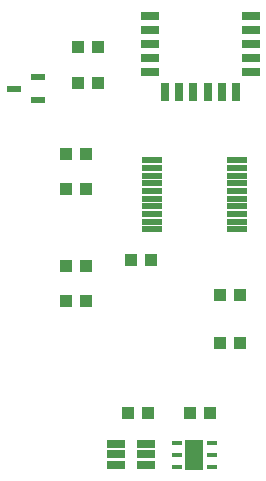
<source format=gbr>
G04 EAGLE Gerber RS-274X export*
G75*
%MOMM*%
%FSLAX34Y34*%
%LPD*%
%INSolderpaste Bottom*%
%IPPOS*%
%AMOC8*
5,1,8,0,0,1.08239X$1,22.5*%
G01*
%ADD10R,1.100000X1.000000*%
%ADD11R,1.000000X1.100000*%
%ADD12R,0.850000X0.450000*%
%ADD13R,1.600000X2.500000*%
%ADD14R,1.702000X0.475200*%
%ADD15R,1.298200X0.597100*%
%ADD16R,1.542000X0.658700*%
%ADD17R,1.500000X0.700000*%
%ADD18R,0.700000X1.500000*%


D10*
X108500Y335000D03*
X91500Y335000D03*
X108500Y365000D03*
X91500Y365000D03*
X153500Y185000D03*
X136500Y185000D03*
X81500Y150000D03*
X98500Y150000D03*
D11*
X98500Y180000D03*
X81500Y180000D03*
D12*
X204500Y30000D03*
X204500Y20000D03*
X204500Y10000D03*
X175500Y10000D03*
X175500Y20000D03*
X175500Y30000D03*
D13*
X190000Y20000D03*
D10*
X186500Y55000D03*
X203500Y55000D03*
D11*
X228500Y115000D03*
X211500Y115000D03*
X228500Y155000D03*
X211500Y155000D03*
D14*
X153971Y210750D03*
X153971Y217250D03*
X153971Y223750D03*
X153971Y230250D03*
X153971Y236750D03*
X153971Y243250D03*
X153971Y249750D03*
X153971Y256250D03*
X153971Y262750D03*
X153971Y269250D03*
X226029Y269250D03*
X226029Y262750D03*
X226029Y256250D03*
X226029Y249750D03*
X226029Y243250D03*
X226029Y236750D03*
X226029Y230250D03*
X226029Y223750D03*
X226029Y217250D03*
X226029Y210750D03*
D15*
X57766Y339500D03*
X57766Y320500D03*
X37234Y330000D03*
D16*
X148936Y29240D03*
X148936Y20400D03*
X148936Y11560D03*
X123664Y11560D03*
X123664Y20400D03*
X123664Y29240D03*
D11*
X98500Y245000D03*
X81500Y245000D03*
D10*
X98500Y275000D03*
X81500Y275000D03*
X134000Y55000D03*
X151000Y55000D03*
D17*
X237600Y343900D03*
X237600Y355900D03*
X237600Y367900D03*
X237600Y379900D03*
X237600Y391900D03*
D18*
X225100Y327400D03*
X213100Y327400D03*
X201100Y327400D03*
X189100Y327400D03*
X177100Y327400D03*
X165100Y327400D03*
D17*
X152600Y343900D03*
X152600Y355900D03*
X152600Y367900D03*
X152600Y379900D03*
X152600Y391900D03*
M02*

</source>
